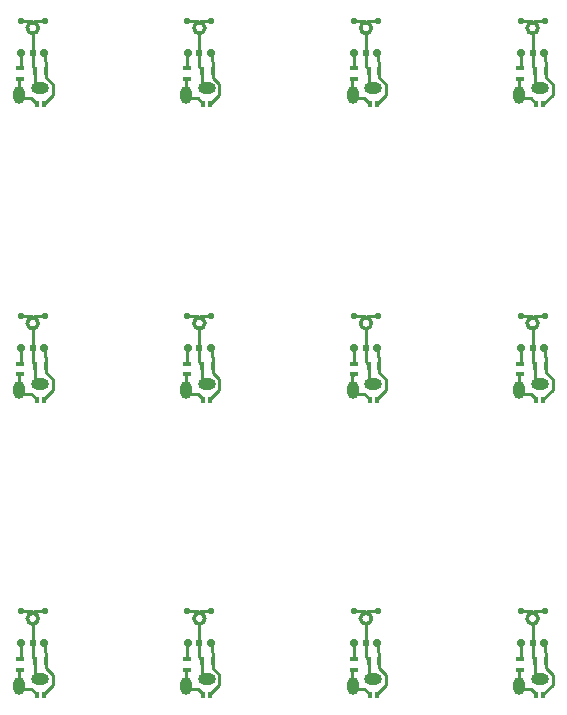
<source format=gbr>
%TF.GenerationSoftware,Altium Limited,Altium Designer,22.0.2 (36)*%
G04 Layer_Physical_Order=1*
G04 Layer_Color=255*
%FSLAX26Y26*%
%MOIN*%
%TF.SameCoordinates,7C2B3453-B62B-4687-BB94-77A5B7653B1A*%
%TF.FilePolarity,Positive*%
%TF.FileFunction,Copper,L1,Top,Signal*%
%TF.Part,CustomerPanel*%
G01*
G75*
%TA.AperFunction,Conductor*%
%ADD10C,0.012402*%
%TA.AperFunction,SMDPad,CuDef*%
%ADD11R,0.015748X0.019685*%
%ADD12R,0.026575X0.017716*%
%ADD13R,0.017716X0.026575*%
%ADD14C,0.022047*%
%ADD15C,0.007874*%
%ADD16C,0.028346*%
%ADD17C,0.024016*%
%ADD18O,0.059055X0.039370*%
%ADD19O,0.039370X0.059055*%
%TA.AperFunction,Conductor*%
%ADD20C,0.010000*%
%TA.AperFunction,WasherPad*%
%ADD21C,0.003937*%
D10*
X-820925Y-853583D02*
G03*
X-820925Y-853583I-18209J0D01*
G01*
X-265610D02*
G03*
X-265610Y-853583I-18209J0D01*
G01*
X289705D02*
G03*
X289705Y-853583I-18209J0D01*
G01*
X845020D02*
G03*
X845020Y-853583I-18209J0D01*
G01*
X-820925Y130669D02*
G03*
X-820925Y130669I-18209J0D01*
G01*
X-265610D02*
G03*
X-265610Y130669I-18209J0D01*
G01*
X289705D02*
G03*
X289705Y130669I-18209J0D01*
G01*
X845020D02*
G03*
X845020Y130669I-18209J0D01*
G01*
X-820925Y1114921D02*
G03*
X-820925Y1114921I-18209J0D01*
G01*
X-265610D02*
G03*
X-265610Y1114921I-18209J0D01*
G01*
X289705D02*
G03*
X289705Y1114921I-18209J0D01*
G01*
X845020D02*
G03*
X845020Y1114921I-18209J0D01*
G01*
D11*
X-826496Y-1108583D02*
D03*
X-802874D02*
D03*
X-271181D02*
D03*
X-247559D02*
D03*
X284134D02*
D03*
X307756D02*
D03*
X839449D02*
D03*
X863071D02*
D03*
X-826496Y-124331D02*
D03*
X-802874D02*
D03*
X-271181D02*
D03*
X-247559D02*
D03*
X284134D02*
D03*
X307756D02*
D03*
X839449D02*
D03*
X863071D02*
D03*
X-826496Y859921D02*
D03*
X-802874D02*
D03*
X-271181D02*
D03*
X-247559D02*
D03*
X284134D02*
D03*
X307756D02*
D03*
X839449D02*
D03*
X863071D02*
D03*
D12*
X-880630Y-1024429D02*
D03*
Y-988012D02*
D03*
X-325315Y-1024429D02*
D03*
Y-988012D02*
D03*
X230000Y-1024429D02*
D03*
Y-988012D02*
D03*
X785315Y-1024429D02*
D03*
Y-988012D02*
D03*
X-880630Y-40177D02*
D03*
Y-3760D02*
D03*
X-325315Y-40177D02*
D03*
Y-3760D02*
D03*
X230000Y-40177D02*
D03*
Y-3760D02*
D03*
X785315Y-40177D02*
D03*
Y-3760D02*
D03*
X-880630Y944075D02*
D03*
Y980492D02*
D03*
X-325315Y944075D02*
D03*
Y980492D02*
D03*
X230000Y944075D02*
D03*
Y980492D02*
D03*
X785315Y944075D02*
D03*
Y980492D02*
D03*
D13*
X-794016Y-996378D02*
D03*
X-830433D02*
D03*
X-238701D02*
D03*
X-275118D02*
D03*
X316614D02*
D03*
X280197D02*
D03*
X871929D02*
D03*
X835512D02*
D03*
X-794016Y-12126D02*
D03*
X-830433D02*
D03*
X-238701D02*
D03*
X-275118D02*
D03*
X316614D02*
D03*
X280197D02*
D03*
X871929D02*
D03*
X835512D02*
D03*
X-794016Y972126D02*
D03*
X-830433D02*
D03*
X-238701D02*
D03*
X-275118D02*
D03*
X316614D02*
D03*
X280197D02*
D03*
X871929D02*
D03*
X835512D02*
D03*
D14*
X-879094Y-828779D02*
D03*
X-799173D02*
D03*
X-323779D02*
D03*
X-243858D02*
D03*
X231536D02*
D03*
X311457D02*
D03*
X786851D02*
D03*
X866772D02*
D03*
X-879094Y155472D02*
D03*
X-799173D02*
D03*
X-323779D02*
D03*
X-243858D02*
D03*
X231536D02*
D03*
X311457D02*
D03*
X786851D02*
D03*
X866772D02*
D03*
X-879094Y1139725D02*
D03*
X-799173D02*
D03*
X-323779D02*
D03*
X-243858D02*
D03*
X231536D02*
D03*
X311457D02*
D03*
X786851D02*
D03*
X866772D02*
D03*
D15*
X-839134Y-833583D02*
D03*
X-283819D02*
D03*
X271496D02*
D03*
X826811D02*
D03*
X-839134Y150669D02*
D03*
X-283819D02*
D03*
X271496D02*
D03*
X826811D02*
D03*
X-839134Y1134921D02*
D03*
X-283819D02*
D03*
X271496D02*
D03*
X826811D02*
D03*
D16*
X-877323Y-936654D02*
D03*
X-801338D02*
D03*
X-322008D02*
D03*
X-246024D02*
D03*
X233307D02*
D03*
X309291D02*
D03*
X788622D02*
D03*
X864606D02*
D03*
X-877323Y47599D02*
D03*
X-801338D02*
D03*
X-322008D02*
D03*
X-246024D02*
D03*
X233307D02*
D03*
X309291D02*
D03*
X788622D02*
D03*
X864606D02*
D03*
X-877323Y1031851D02*
D03*
X-801338D02*
D03*
X-322008D02*
D03*
X-246024D02*
D03*
X233307D02*
D03*
X309291D02*
D03*
X788622D02*
D03*
X864606D02*
D03*
D17*
X-839134Y-936654D02*
D03*
X-283819D02*
D03*
X271496D02*
D03*
X826811D02*
D03*
X-839134Y47599D02*
D03*
X-283819D02*
D03*
X271496D02*
D03*
X826811D02*
D03*
X-839134Y1031851D02*
D03*
X-283819D02*
D03*
X271496D02*
D03*
X826811D02*
D03*
D18*
X-814685Y-1054449D02*
D03*
X-259370D02*
D03*
X295945D02*
D03*
X851260D02*
D03*
X-814685Y-70197D02*
D03*
X-259370D02*
D03*
X295945D02*
D03*
X851260D02*
D03*
X-814685Y914055D02*
D03*
X-259370D02*
D03*
X295945D02*
D03*
X851260D02*
D03*
D19*
X-883583Y-1077086D02*
D03*
X-328268D02*
D03*
X227047D02*
D03*
X782362D02*
D03*
X-883583Y-92835D02*
D03*
X-328268D02*
D03*
X227047D02*
D03*
X782362D02*
D03*
X-883583Y891418D02*
D03*
X-328268D02*
D03*
X227047D02*
D03*
X782362D02*
D03*
D20*
X-802874Y-1106614D02*
X-772283Y-1076024D01*
X-802874Y-1108583D02*
Y-1106614D01*
X-772283Y-1076024D02*
Y-1040962D01*
X-794016Y-1019230D02*
X-772283Y-1040962D01*
X-794016Y-1019230D02*
Y-996378D01*
X-844961Y-1088150D02*
X-826496Y-1106614D01*
Y-1108583D02*
Y-1106614D01*
X-879646Y-1078071D02*
X-869567Y-1088150D01*
X-844961D01*
X-816580Y-1054449D02*
X-814685D01*
X-830433Y-1040596D02*
Y-996378D01*
Y-1040596D02*
X-816580Y-1054449D01*
X-839134Y-936654D02*
Y-871791D01*
Y-983248D02*
X-830433Y-991949D01*
Y-996378D02*
Y-991949D01*
X-839134Y-983248D02*
Y-936654D01*
X-797828Y-964278D02*
X-794016Y-968091D01*
X-801338Y-936654D02*
X-797828Y-940164D01*
Y-964278D02*
Y-940164D01*
X-794016Y-996378D02*
Y-968091D01*
X-884075Y-1076594D02*
Y-1023937D01*
X-880138Y-1077579D02*
X-879646Y-1078071D01*
X-880630Y-1024429D02*
X-880138Y-1024921D01*
X-878976Y-986358D02*
Y-938307D01*
X-877323Y-936654D01*
X-880630Y-988012D02*
X-878976Y-986358D01*
X-839134Y-835374D02*
X-832539Y-828779D01*
X-845728D02*
X-839134Y-835374D01*
Y-833583D01*
X-832539Y-828779D02*
X-799173D01*
X-879094D02*
X-845728D01*
X-247559Y-1106614D02*
X-216968Y-1076024D01*
X-247559Y-1108583D02*
Y-1106614D01*
X-216968Y-1076024D02*
Y-1040962D01*
X-238701Y-1019230D02*
X-216968Y-1040962D01*
X-238701Y-1019230D02*
Y-996378D01*
X-289646Y-1088150D02*
X-271181Y-1106614D01*
Y-1108583D02*
Y-1106614D01*
X-324331Y-1078071D02*
X-314252Y-1088150D01*
X-289646D01*
X-261265Y-1054449D02*
X-259370D01*
X-275118Y-1040596D02*
Y-996378D01*
Y-1040596D02*
X-261265Y-1054449D01*
X-283819Y-936654D02*
Y-871791D01*
Y-983248D02*
X-275118Y-991949D01*
Y-996378D02*
Y-991949D01*
X-283819Y-983248D02*
Y-936654D01*
X-242513Y-964278D02*
X-238701Y-968091D01*
X-246024Y-936654D02*
X-242513Y-940164D01*
Y-964278D02*
Y-940164D01*
X-238701Y-996378D02*
Y-968091D01*
X-328760Y-1076594D02*
Y-1023937D01*
X-324823Y-1077579D02*
X-324331Y-1078071D01*
X-325315Y-1024429D02*
X-324823Y-1024921D01*
X-323661Y-986358D02*
Y-938307D01*
X-322008Y-936654D01*
X-325315Y-988012D02*
X-323661Y-986358D01*
X-283819Y-835374D02*
X-277224Y-828779D01*
X-290413D02*
X-283819Y-835374D01*
Y-833583D01*
X-277224Y-828779D02*
X-243858D01*
X-323779D02*
X-290413D01*
X307756Y-1106614D02*
X338347Y-1076024D01*
X307756Y-1108583D02*
Y-1106614D01*
X338347Y-1076024D02*
Y-1040962D01*
X316614Y-1019230D02*
X338347Y-1040962D01*
X316614Y-1019230D02*
Y-996378D01*
X265670Y-1088150D02*
X284134Y-1106614D01*
Y-1108583D02*
Y-1106614D01*
X230984Y-1078071D02*
X241063Y-1088150D01*
X265670D01*
X294050Y-1054449D02*
X295945D01*
X280197Y-1040596D02*
Y-996378D01*
Y-1040596D02*
X294050Y-1054449D01*
X271496Y-936654D02*
Y-871791D01*
Y-983248D02*
X280197Y-991949D01*
Y-996378D02*
Y-991949D01*
X271496Y-983248D02*
Y-936654D01*
X312802Y-964278D02*
X316614Y-968091D01*
X309291Y-936654D02*
X312802Y-940164D01*
Y-964278D02*
Y-940164D01*
X316614Y-996378D02*
Y-968091D01*
X226555Y-1076594D02*
Y-1023937D01*
X230492Y-1077579D02*
X230984Y-1078071D01*
X230000Y-1024429D02*
X230492Y-1024921D01*
X231654Y-986358D02*
Y-938307D01*
X233307Y-936654D01*
X230000Y-988012D02*
X231654Y-986358D01*
X271496Y-835374D02*
X278091Y-828779D01*
X264902D02*
X271496Y-835374D01*
Y-833583D01*
X278091Y-828779D02*
X311457D01*
X231536D02*
X264902D01*
X863071Y-1106614D02*
X893662Y-1076024D01*
X863071Y-1108583D02*
Y-1106614D01*
X893662Y-1076024D02*
Y-1040962D01*
X871929Y-1019230D02*
X893662Y-1040962D01*
X871929Y-1019230D02*
Y-996378D01*
X820985Y-1088150D02*
X839449Y-1106614D01*
Y-1108583D02*
Y-1106614D01*
X786299Y-1078071D02*
X796378Y-1088150D01*
X820985D01*
X849365Y-1054449D02*
X851260D01*
X835512Y-1040596D02*
Y-996378D01*
Y-1040596D02*
X849365Y-1054449D01*
X826811Y-936654D02*
Y-871791D01*
Y-983248D02*
X835512Y-991949D01*
Y-996378D02*
Y-991949D01*
X826811Y-983248D02*
Y-936654D01*
X868117Y-964278D02*
X871929Y-968091D01*
X864606Y-936654D02*
X868117Y-940164D01*
Y-964278D02*
Y-940164D01*
X871929Y-996378D02*
Y-968091D01*
X781870Y-1076594D02*
Y-1023937D01*
X785807Y-1077579D02*
X786299Y-1078071D01*
X785315Y-1024429D02*
X785807Y-1024921D01*
X786969Y-986358D02*
Y-938307D01*
X788622Y-936654D01*
X785315Y-988012D02*
X786969Y-986358D01*
X826811Y-835374D02*
X833406Y-828779D01*
X820217D02*
X826811Y-835374D01*
Y-833583D01*
X833406Y-828779D02*
X866772D01*
X786851D02*
X820217D01*
X-802874Y-122362D02*
X-772283Y-91772D01*
X-802874Y-124331D02*
Y-122362D01*
X-772283Y-91772D02*
Y-56710D01*
X-794016Y-34978D02*
X-772283Y-56710D01*
X-794016Y-34978D02*
Y-12126D01*
X-844961Y-103898D02*
X-826496Y-122362D01*
Y-124331D02*
Y-122362D01*
X-879646Y-93819D02*
X-869567Y-103898D01*
X-844961D01*
X-816580Y-70197D02*
X-814685D01*
X-830433Y-56344D02*
Y-12126D01*
Y-56344D02*
X-816580Y-70197D01*
X-839134Y47599D02*
Y112461D01*
Y1004D02*
X-830433Y-7697D01*
Y-12126D02*
Y-7697D01*
X-839134Y1004D02*
Y47599D01*
X-797828Y19974D02*
X-794016Y16162D01*
X-801338Y47599D02*
X-797828Y44088D01*
Y19974D02*
Y44088D01*
X-794016Y-12126D02*
Y16162D01*
X-884075Y-92342D02*
Y-39685D01*
X-880138Y-93327D02*
X-879646Y-93819D01*
X-880630Y-40177D02*
X-880138Y-40669D01*
X-878976Y-2106D02*
Y45945D01*
X-877323Y47599D01*
X-880630Y-3760D02*
X-878976Y-2106D01*
X-839134Y148878D02*
X-832539Y155472D01*
X-845728D02*
X-839134Y148878D01*
Y150669D01*
X-832539Y155472D02*
X-799173D01*
X-879094D02*
X-845728D01*
X-247559Y-122362D02*
X-216968Y-91772D01*
X-247559Y-124331D02*
Y-122362D01*
X-216968Y-91772D02*
Y-56710D01*
X-238701Y-34978D02*
X-216968Y-56710D01*
X-238701Y-34978D02*
Y-12126D01*
X-289646Y-103898D02*
X-271181Y-122362D01*
Y-124331D02*
Y-122362D01*
X-324331Y-93819D02*
X-314252Y-103898D01*
X-289646D01*
X-261265Y-70197D02*
X-259370D01*
X-275118Y-56344D02*
Y-12126D01*
Y-56344D02*
X-261265Y-70197D01*
X-283819Y47599D02*
Y112461D01*
Y1004D02*
X-275118Y-7697D01*
Y-12126D02*
Y-7697D01*
X-283819Y1004D02*
Y47599D01*
X-242513Y19974D02*
X-238701Y16162D01*
X-246024Y47599D02*
X-242513Y44088D01*
Y19974D02*
Y44088D01*
X-238701Y-12126D02*
Y16162D01*
X-328760Y-92342D02*
Y-39685D01*
X-324823Y-93327D02*
X-324331Y-93819D01*
X-325315Y-40177D02*
X-324823Y-40669D01*
X-323661Y-2106D02*
Y45945D01*
X-322008Y47599D01*
X-325315Y-3760D02*
X-323661Y-2106D01*
X-283819Y148878D02*
X-277224Y155472D01*
X-290413D02*
X-283819Y148878D01*
Y150669D01*
X-277224Y155472D02*
X-243858D01*
X-323779D02*
X-290413D01*
X307756Y-122362D02*
X338347Y-91772D01*
X307756Y-124331D02*
Y-122362D01*
X338347Y-91772D02*
Y-56710D01*
X316614Y-34978D02*
X338347Y-56710D01*
X316614Y-34978D02*
Y-12126D01*
X265670Y-103898D02*
X284134Y-122362D01*
Y-124331D02*
Y-122362D01*
X230984Y-93819D02*
X241063Y-103898D01*
X265670D01*
X294050Y-70197D02*
X295945D01*
X280197Y-56344D02*
Y-12126D01*
Y-56344D02*
X294050Y-70197D01*
X271496Y47599D02*
Y112461D01*
Y1004D02*
X280197Y-7697D01*
Y-12126D02*
Y-7697D01*
X271496Y1004D02*
Y47599D01*
X312802Y19974D02*
X316614Y16162D01*
X309291Y47599D02*
X312802Y44088D01*
Y19974D02*
Y44088D01*
X316614Y-12126D02*
Y16162D01*
X226555Y-92342D02*
Y-39685D01*
X230492Y-93327D02*
X230984Y-93819D01*
X230000Y-40177D02*
X230492Y-40669D01*
X231654Y-2106D02*
Y45945D01*
X233307Y47599D01*
X230000Y-3760D02*
X231654Y-2106D01*
X271496Y148878D02*
X278091Y155472D01*
X264902D02*
X271496Y148878D01*
Y150669D01*
X278091Y155472D02*
X311457D01*
X231536D02*
X264902D01*
X863071Y-122362D02*
X893662Y-91772D01*
X863071Y-124331D02*
Y-122362D01*
X893662Y-91772D02*
Y-56710D01*
X871929Y-34978D02*
X893662Y-56710D01*
X871929Y-34978D02*
Y-12126D01*
X820985Y-103898D02*
X839449Y-122362D01*
Y-124331D02*
Y-122362D01*
X786299Y-93819D02*
X796378Y-103898D01*
X820985D01*
X849365Y-70197D02*
X851260D01*
X835512Y-56344D02*
Y-12126D01*
Y-56344D02*
X849365Y-70197D01*
X826811Y47599D02*
Y112461D01*
Y1004D02*
X835512Y-7697D01*
Y-12126D02*
Y-7697D01*
X826811Y1004D02*
Y47599D01*
X868117Y19974D02*
X871929Y16162D01*
X864606Y47599D02*
X868117Y44088D01*
Y19974D02*
Y44088D01*
X871929Y-12126D02*
Y16162D01*
X781870Y-92342D02*
Y-39685D01*
X785807Y-93327D02*
X786299Y-93819D01*
X785315Y-40177D02*
X785807Y-40669D01*
X786969Y-2106D02*
Y45945D01*
X788622Y47599D01*
X785315Y-3760D02*
X786969Y-2106D01*
X826811Y148878D02*
X833406Y155472D01*
X820217D02*
X826811Y148878D01*
Y150669D01*
X833406Y155472D02*
X866772D01*
X786851D02*
X820217D01*
X-802874Y861890D02*
X-772283Y892481D01*
X-802874Y859921D02*
Y861890D01*
X-772283Y892481D02*
Y927542D01*
X-794016Y949274D02*
X-772283Y927542D01*
X-794016Y949274D02*
Y972126D01*
X-844961Y880354D02*
X-826496Y861890D01*
Y859921D02*
Y861890D01*
X-879646Y890433D02*
X-869567Y880354D01*
X-844961D01*
X-816580Y914055D02*
X-814685D01*
X-830433Y927908D02*
Y972126D01*
Y927908D02*
X-816580Y914055D01*
X-839134Y1031851D02*
Y1096713D01*
Y985256D02*
X-830433Y976555D01*
Y972126D02*
Y976555D01*
X-839134Y985256D02*
Y1031851D01*
X-797828Y1004226D02*
X-794016Y1000413D01*
X-801338Y1031851D02*
X-797828Y1028340D01*
Y1004226D02*
Y1028340D01*
X-794016Y972126D02*
Y1000413D01*
X-884075Y891910D02*
Y944567D01*
X-880138Y890925D02*
X-879646Y890433D01*
X-880630Y944075D02*
X-880138Y943583D01*
X-878976Y982146D02*
Y1030197D01*
X-877323Y1031851D01*
X-880630Y980492D02*
X-878976Y982146D01*
X-839134Y1133130D02*
X-832539Y1139725D01*
X-845728D02*
X-839134Y1133130D01*
Y1134921D01*
X-832539Y1139725D02*
X-799173D01*
X-879094D02*
X-845728D01*
X-247559Y861890D02*
X-216968Y892481D01*
X-247559Y859921D02*
Y861890D01*
X-216968Y892481D02*
Y927542D01*
X-238701Y949274D02*
X-216968Y927542D01*
X-238701Y949274D02*
Y972126D01*
X-289646Y880354D02*
X-271181Y861890D01*
Y859921D02*
Y861890D01*
X-324331Y890433D02*
X-314252Y880354D01*
X-289646D01*
X-261265Y914055D02*
X-259370D01*
X-275118Y927908D02*
Y972126D01*
Y927908D02*
X-261265Y914055D01*
X-283819Y1031851D02*
Y1096713D01*
Y985256D02*
X-275118Y976555D01*
Y972126D02*
Y976555D01*
X-283819Y985256D02*
Y1031851D01*
X-242513Y1004226D02*
X-238701Y1000413D01*
X-246024Y1031851D02*
X-242513Y1028340D01*
Y1004226D02*
Y1028340D01*
X-238701Y972126D02*
Y1000413D01*
X-328760Y891910D02*
Y944567D01*
X-324823Y890925D02*
X-324331Y890433D01*
X-325315Y944075D02*
X-324823Y943583D01*
X-323661Y982146D02*
Y1030197D01*
X-322008Y1031851D01*
X-325315Y980492D02*
X-323661Y982146D01*
X-283819Y1133130D02*
X-277224Y1139725D01*
X-290413D02*
X-283819Y1133130D01*
Y1134921D01*
X-277224Y1139725D02*
X-243858D01*
X-323779D02*
X-290413D01*
X307756Y861890D02*
X338347Y892481D01*
X307756Y859921D02*
Y861890D01*
X338347Y892481D02*
Y927542D01*
X316614Y949274D02*
X338347Y927542D01*
X316614Y949274D02*
Y972126D01*
X265670Y880354D02*
X284134Y861890D01*
Y859921D02*
Y861890D01*
X230984Y890433D02*
X241063Y880354D01*
X265670D01*
X294050Y914055D02*
X295945D01*
X280197Y927908D02*
Y972126D01*
Y927908D02*
X294050Y914055D01*
X271496Y1031851D02*
Y1096713D01*
Y985256D02*
X280197Y976555D01*
Y972126D02*
Y976555D01*
X271496Y985256D02*
Y1031851D01*
X312802Y1004226D02*
X316614Y1000413D01*
X309291Y1031851D02*
X312802Y1028340D01*
Y1004226D02*
Y1028340D01*
X316614Y972126D02*
Y1000413D01*
X226555Y891910D02*
Y944567D01*
X230492Y890925D02*
X230984Y890433D01*
X230000Y944075D02*
X230492Y943583D01*
X231654Y982146D02*
Y1030197D01*
X233307Y1031851D01*
X230000Y980492D02*
X231654Y982146D01*
X271496Y1133130D02*
X278091Y1139725D01*
X264902D02*
X271496Y1133130D01*
Y1134921D01*
X278091Y1139725D02*
X311457D01*
X231536D02*
X264902D01*
X863071Y861890D02*
X893662Y892481D01*
X863071Y859921D02*
Y861890D01*
X893662Y892481D02*
Y927542D01*
X871929Y949274D02*
X893662Y927542D01*
X871929Y949274D02*
Y972126D01*
X820985Y880354D02*
X839449Y861890D01*
Y859921D02*
Y861890D01*
X786299Y890433D02*
X796378Y880354D01*
X820985D01*
X849365Y914055D02*
X851260D01*
X835512Y927908D02*
Y972126D01*
Y927908D02*
X849365Y914055D01*
X826811Y1031851D02*
Y1096713D01*
Y985256D02*
X835512Y976555D01*
Y972126D02*
Y976555D01*
X826811Y985256D02*
Y1031851D01*
X868117Y1004226D02*
X871929Y1000413D01*
X864606Y1031851D02*
X868117Y1028340D01*
Y1004226D02*
Y1028340D01*
X871929Y972126D02*
Y1000413D01*
X781870Y891910D02*
Y944567D01*
X785807Y890925D02*
X786299Y890433D01*
X785315Y944075D02*
X785807Y943583D01*
X786969Y982146D02*
Y1030197D01*
X788622Y1031851D01*
X785315Y980492D02*
X786969Y982146D01*
X826811Y1133130D02*
X833406Y1139725D01*
X820217D02*
X826811Y1133130D01*
Y1134921D01*
X833406Y1139725D02*
X866772D01*
X786851D02*
X820217D01*
D21*
X-839291Y-853661D02*
D03*
X-283976D02*
D03*
X271339D02*
D03*
X826654D02*
D03*
X-839291Y130591D02*
D03*
X-283976D02*
D03*
X271339D02*
D03*
X826654D02*
D03*
X-839291Y1114843D02*
D03*
X-283976D02*
D03*
X271339D02*
D03*
X826654D02*
D03*
%TF.MD5,215be880a218a0a08c65f4e5b0bbc04e*%
M02*

</source>
